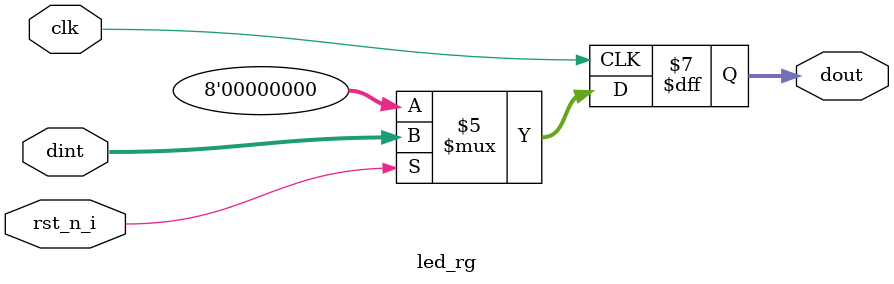
<source format=sv>
module led_rg 
(input clk, rst_n_i,
 input [7:0] dint,
 output reg [7:0] dout);

initial dout = 0;

always @(posedge clk )
if (!rst_n_i) 
	dout <= 0;
else 
	dout <= dint;

			
endmodule 
</source>
